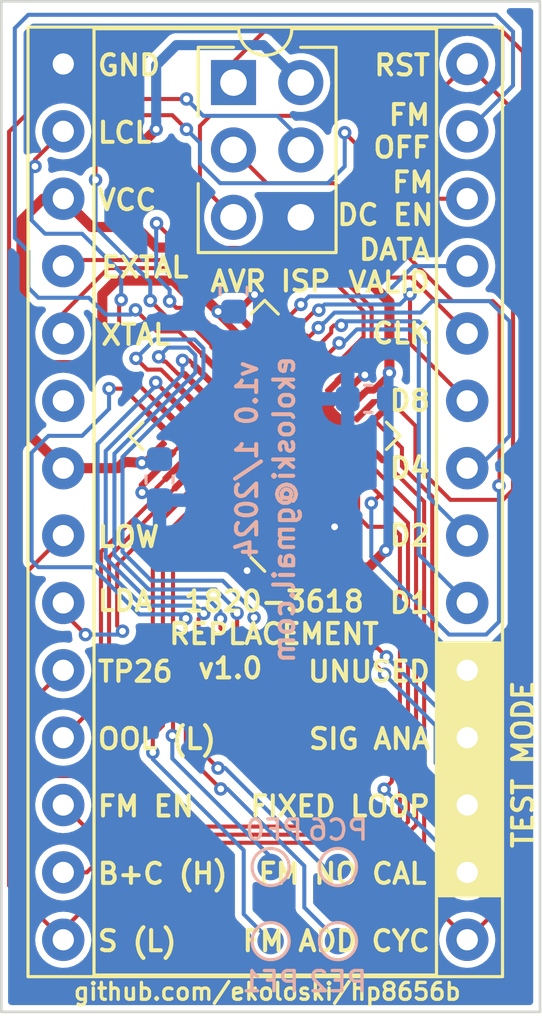
<source format=kicad_pcb>
(kicad_pcb (version 20211014) (generator pcbnew)
  (layers (0 "F.Cu" signal) (31 "B.Cu" signal) (34 "B.Paste" user) (35 "F.Paste" user) (36 "B.SilkS" user "B.Silkscreen") (37 "F.SilkS" user "F.Silkscreen") (38 "B.Mask" user) (39 "F.Mask" user) (44 "Edge.Cuts" user))
  (net 0 "")
  (net 1 "/SERIAL_CLK")
  (net 2 "/EXTAL")
  (net 3 "/XTAL")
  (net 4 "/SERIAL_DATA")
  (net 5 "/T26")
  (net 6 "/OUT_OF_LOCK")
  (net 7 "/FM_ENABLE")
  (net 8 "/B+C (H)")
  (net 9 "/S (L)")
  (net 10 "/FM_CAL_ADD_CYCL")
  (net 11 "/TEST_NO_FM_CAL")
  (net 12 "/TEST_LF_LOOP_FIXED")
  (net 13 "/TEST_SIG_ANALYSIS")
  (net 14 "/TEST_UNUSED")
  (net 15 "/DATA_BIT1")
  (net 16 "/DATA_BIT2")
  (net 17 "/DATA_CLK")
  (net 18 "/DATA_VALID")
  (net 19 "/FM_DC_ENABLE")
  (net 20 "/FM_OFF")
  (net 21 "/RESET")
  (net 22 "GND")
  (net 23 "+5V")
  (net 24 "/DATA_BIT8")
  (net 25 "/DATA_BIT4")
  (net 32 "/PC6")
  (net 33 "/PE2")
  (net 34 "/PF0")
  (net 35 "/PF1")
  (net 36 "/PC0")
  (net 37 "/PE6")
  (footprint "Package_DIP:DIP-28_W15.24mm_Socket" (layer "F.Cu") (at 129.3368 32.8422)
    (fp_text reference "U2" hide)
    (fp_text value "1820-3618")
  )
  (footprint "Connector_PinHeader_2.54mm:PinHeader_2x03_P2.54mm_Vertical" (layer "F.Cu") (at 135.758 33.543)
    (fp_text reference "J1" hide)
    (fp_text value "AVR ISP")
  )
  (footprint "Package_DFN_QFN:QFN-44-1EP_7x7mm_P0.5mm_EP5.2x5.2mm" (layer "F.Cu") (at 136.936239 46.863 135)
    (fp_text reference "U1" hide)
    (fp_text value "ATmega32U4-M")
  )
  (footprint "TestPoint:TestPoint_Pad_D1.0mm" (layer "B.Cu") (at 137.16 63.119 180)
    (fp_text reference "TP3" hide)
    (fp_text value "PF0")
  )
  (footprint "Capacitor_SMD:C_0603_1608Metric" (layer "B.Cu") (at 135.763 41.402 90)
    (fp_text reference "C3" hide)
    (fp_text value "0.1uF" hide)
  )
  (footprint "TestPoint:TestPoint_Pad_D1.0mm" (layer "B.Cu") (at 137.16 65.913 180)
    (fp_text reference "TP4" hide)
    (fp_text value "PF1")
  )
  (footprint "TestPoint:TestPoint_Pad_D1.0mm" (layer "B.Cu") (at 139.7 65.913 180)
    (fp_text reference "TP2" hide)
    (fp_text value "PE2")
  )
  (footprint "Capacitor_SMD:C_0603_1608Metric" (layer "B.Cu") (at 140.843 45.466 180)
    (fp_text reference "C1" hide)
    (fp_text value "0.1uF" hide)
  )
  (footprint "TestPoint:TestPoint_Pad_D1.0mm" (layer "B.Cu") (at 139.7 63.119 180)
    (fp_text reference "TP1" hide)
    (fp_text value "PC6")
  )
  (footprint "Capacitor_SMD:C_0603_1608Metric" (layer "B.Cu") (at 132.969 48.514 -90)
    (fp_text reference "C2" hide)
    (fp_text value "0.1uF" hide)
  )
  (gr_line (start 127 30.48) (end 147.32 30.48) (layer "Edge.Cuts") (width 0.1))
  (gr_line (start 147.32 30.48) (end 147.32 68.58) (layer "Edge.Cuts") (width 0.1))
  (gr_line (start 147.32 68.58) (end 127 68.58) (layer "Edge.Cuts") (width 0.1))
  (gr_line (start 127 68.58) (end 127 30.48) (layer "Edge.Cuts") (width 0.1))
  (gr_text "ekoloski@gmail.com" (at 137.668 49.657 90) (layer "B.SilkS") (effects (font (size 0.762 0.762) (thickness 0.1524)) (justify mirror)))
  (gr_text "v1.0 1/2024" (at 136.271 47.752 90) (layer "B.SilkS") (effects (font (size 0.762 0.762) (thickness 0.1524)) (justify mirror)))
  (gr_text "LDA" (at 130.556 53.086) (layer "F.SilkS") (effects (font (size 0.762 0.762) (thickness 0.1524)) (justify left)))
  (gr_text "D4" (at 143.256 48.0822) (layer "F.SilkS") (effects (font (size 0.762 0.762) (thickness 0.1524)) (justify right)))
  (gr_text "v1.0" (at 135.636 55.626) (layer "F.SilkS") (effects (font (size 0.762 0.762) (thickness 0.1524))))
  (gr_text "1820-3618\nREPLACEMENT" (at 137.287 53.721) (layer "F.SilkS") (effects (font (size 0.762 0.762) (thickness 0.1524))))
  (gr_text "UNUSED" (at 143.256 55.753) (layer "F.SilkS") (effects (font (size 0.762 0.762) (thickness 0.1524)) (justify right)))
  (gr_text "FM NO CAL" (at 143.129 63.373) (layer "F.SilkS") (effects (font (size 0.762 0.762) (thickness 0.1524)) (justify right)))
  (gr_text "LCL" (at 130.556 35.433) (layer "F.SilkS") (effects (font (size 0.762 0.762) (thickness 0.1524)) (justify left)))
  (gr_text "FM\nDC EN" (at 143.383 37.9222) (layer "F.SilkS") (effects (font (size 0.762 0.762) (thickness 0.1524)) (justify right)))
  (gr_text "FM\nOFF" (at 143.256 35.3822) (layer "F.SilkS") (effects (font (size 0.762 0.762) (thickness 0.1524)) (justify right)))
  (gr_text "D2" (at 143.256 50.6222) (layer "F.SilkS") (effects (font (size 0.762 0.762) (thickness 0.1524)) (justify right)))
  (gr_text "XTAL" (at 130.683 43.053) (layer "F.SilkS") (effects (font (size 0.762 0.762) (thickness 0.1524)) (justify left)))
  (gr_text "OOL (L)" (at 130.556 58.293) (layer "F.SilkS") (effects (font (size 0.762 0.762) (thickness 0.1524)) (justify left)))
  (gr_text "FM ADD CYC" (at 143.256 65.913) (layer "F.SilkS") (effects (font (size 0.762 0.762) (thickness 0.1524)) (justify right)))
  (gr_text "EXTAL" (at 130.683 40.513) (layer "F.SilkS") (effects (font (size 0.762 0.762) (thickness 0.1524)) (justify left)))
  (gr_text "D8" (at 143.256 45.5422) (layer "F.SilkS") (effects (font (size 0.762 0.762) (thickness 0.1524)) (justify right)))
  (gr_text "github.com/ekoloski/hp8656b" (at 137.033 67.818) (layer "F.SilkS") (effects (font (size 0.635 0.635) (thickness 0.127))))
  (gr_text "TEST MODE" (at 146.685 56.007 90) (layer "F.SilkS") (effects (font (size 0.762 0.762) (thickness 0.1524)) (justify right)))
  (gr_text "CLK" (at 143.256 43.0022) (layer "F.SilkS") (effects (font (size 0.762 0.762) (thickness 0.1524)) (justify right)))
  (gr_text "S (L)" (at 130.556 65.913) (layer "F.SilkS") (effects (font (size 0.762 0.762) (thickness 0.1524)) (justify left)))
  (gr_text "RST" (at 143.256 32.893) (layer "F.SilkS") (effects (font (size 0.762 0.762) (thickness 0.1524)) (justify right)))
  (gr_text "SIG ANA" (at 143.256 58.293) (layer "F.SilkS") (effects (font (size 0.762 0.762) (thickness 0.1524)) (justify right)))
  (gr_text "DATA\nVALID" (at 143.256 40.4622) (layer "F.SilkS") (effects (font (size 0.762 0.762) (thickness 0.1524)) (justify right)))
  (gr_text "FM EN" (at 130.556 60.833) (layer "F.SilkS") (effects (font (size 0.762 0.762) (thickness 0.1524)) (justify left)))
  (gr_text "GND" (at 130.556 32.893) (layer "F.SilkS") (effects (font (size 0.762 0.762) (thickness 0.1524)) (justify left)))
  (gr_text "D1" (at 143.256 53.1622) (layer "F.SilkS") (effects (font (size 0.762 0.762) (thickness 0.1524)) (justify right)))
  (gr_text "B+C (H)" (at 130.556 63.373) (layer "F.SilkS") (effects (font (size 0.762 0.762) (thickness 0.1524)) (justify left)))
  (gr_text "TP26" (at 130.556 55.753) (layer "F.SilkS") (effects (font (size 0.762 0.762) (thickness 0.1524)) (justify left)))
  (gr_text "LOW" (at 130.556 50.673) (layer "F.SilkS") (effects (font (size 0.762 0.762) (thickness 0.1524)) (justify left)))
  (gr_text "VCC" (at 130.556 37.973) (layer "F.SilkS") (effects (font (size 0.762 0.762) (thickness 0.1524)) (justify left)))
  (gr_text "FIXED LOOP" (at 143.256 60.833) (layer "F.SilkS") (effects (font (size 0.762 0.762) (thickness 0.1524)) (justify right)))
  (segment (start 128.27 36.703) (end 128.27 36.449) (width 0.1524) (layer "F.Cu") (net 1))
  (segment (start 128.27 36.449) (end 129.3368 35.3822) (width 0.1524) (layer "F.Cu") (net 1))
  (segment (start 131.52189 41.73239) (end 131.4445 41.80978) (width 0.1524) (layer "F.Cu") (net 1))
  (segment (start 131.4445 44.199688) (end 133.162057 45.917245) (width 0.1524) (layer "F.Cu") (net 1))
  (segment (start 131.4445 41.80978) (end 131.4445 44.199688) (width 0.1524) (layer "F.Cu") (net 1))
  (via (at 131.52189 41.73239) (size 0.508) (drill 0.254) (layers "F.Cu" "B.Cu") (net 1))
  (via (at 128.27 36.703) (size 0.508) (drill 0.254) (layers "F.Cu" "B.Cu") (net 1))
  (segment (start 128.143 36.83) (end 128.143 38.735) (width 0.1524) (layer "B.Cu") (net 1))
  (segment (start 130.048 39.243) (end 131.52189 40.71689) (width 0.1524) (layer "B.Cu") (net 1))
  (segment (start 128.27 36.703) (end 128.143 36.83) (width 0.1524) (layer "B.Cu") (net 1))
  (segment (start 131.52189 40.71689) (end 131.52189 41.73239) (width 0.1524) (layer "B.Cu") (net 1))
  (segment (start 128.143 38.735) (end 128.651 39.243) (width 0.1524) (layer "B.Cu") (net 1))
  (segment (start 128.651 39.243) (end 130.048 39.243) (width 0.1524) (layer "B.Cu") (net 1))
  (segment (start 133.812178 40.2336) (end 129.5654 40.2336) (width 0.1524) (layer "F.Cu") (net 2))
  (segment (start 139.649761 44.856585) (end 139.649761 44.754239) (width 0.1524) (layer "F.Cu") (net 2))
  (segment (start 140.97 42.037) (end 139.6492 40.7162) (width 0.1524) (layer "F.Cu") (net 2))
  (segment (start 129.5654 40.2336) (end 129.3368 40.4622) (width 0.1524) (layer "F.Cu") (net 2))
  (segment (start 140.97 43.434) (end 140.97 42.037) (width 0.1524) (layer "F.Cu") (net 2))
  (segment (start 139.649761 44.754239) (end 140.97 43.434) (width 0.1524) (layer "F.Cu") (net 2))
  (segment (start 139.6492 40.7162) (end 134.294778 40.7162) (width 0.1524) (layer "F.Cu") (net 2))
  (segment (start 134.294778 40.7162) (end 133.812178 40.2336) (width 0.1524) (layer "F.Cu") (net 2))
  (segment (start 129.3368 42.2402) (end 131.0386 40.5384) (width 0.1524) (layer "F.Cu") (net 3))
  (segment (start 131.0386 40.5384) (end 133.685926 40.5384) (width 0.1524) (layer "F.Cu") (net 3))
  (segment (start 133.685926 40.5384) (end 134.168526 41.021) (width 0.1524) (layer "F.Cu") (net 3))
  (segment (start 140.6652 42.163252) (end 140.6652 43.134039) (width 0.1524) (layer "F.Cu") (net 3))
  (segment (start 134.168526 41.021) (end 139.522948 41.021) (width 0.1524) (layer "F.Cu") (net 3))
  (segment (start 140.6652 43.134039) (end 139.296208 44.503031) (width 0.1524) (layer "F.Cu") (net 3))
  (segment (start 139.522948 41.021) (end 140.6652 42.163252) (width 0.1524) (layer "F.Cu") (net 3))
  (segment (start 129.3368 43.0022) (end 129.3368 42.2402) (width 0.1524) (layer "F.Cu") (net 3))
  (segment (start 131.3688 54.0258) (end 131.3688 51.723332) (width 0.1524) (layer "F.Cu") (net 4))
  (segment (start 131.3688 51.723332) (end 134.222717 48.869415) (width 0.1524) (layer "F.Cu") (net 4))
  (segment (start 129.3368 53.1622) (end 129.3368 53.5178) (width 0.1524) (layer "F.Cu") (net 4))
  (segment (start 129.3368 53.5178) (end 130.175 54.356) (width 0.1524) (layer "F.Cu") (net 4))
  (segment (start 131.572 54.229) (end 131.3688 54.0258) (width 0.1524) (layer "F.Cu") (net 4))
  (via (at 131.572 54.229) (size 0.508) (drill 0.254) (layers "F.Cu" "B.Cu") (net 4))
  (via (at 130.175 54.356) (size 0.508) (drill 0.254) (layers "F.Cu" "B.Cu") (net 4))
  (segment (start 131.572 54.229) (end 131.445 54.356) (width 0.1524) (layer "B.Cu") (net 4))
  (segment (start 131.445 54.356) (end 130.175 54.356) (width 0.1524) (layer "B.Cu") (net 4))
  (segment (start 133.35 49.022) (end 133.35 49.149) (width 0.1524) (layer "F.Cu") (net 5))
  (segment (start 128.016 58.801) (end 128.016 57.023) (width 0.1524) (layer "F.Cu") (net 5))
  (segment (start 133.869163 48.515862) (end 133.856138 48.515862) (width 0.1524) (layer "F.Cu") (net 5))
  (segment (start 128.016 57.023) (end 129.3368 55.7022) (width 0.1524) (layer "F.Cu") (net 5))
  (segment (start 133.35 49.149) (end 131.064 51.435) (width 0.1524) (layer "F.Cu") (net 5))
  (segment (start 128.6002 59.3852) (end 128.016 58.801) (width 0.1524) (layer "F.Cu") (net 5))
  (segment (start 131.064 58.293) (end 129.9718 59.3852) (width 0.1524) (layer "F.Cu") (net 5))
  (segment (start 131.064 51.435) (end 131.064 58.293) (width 0.1524) (layer "F.Cu") (net 5))
  (segment (start 133.856138 48.515862) (end 133.35 49.022) (width 0.1524) (layer "F.Cu") (net 5))
  (segment (start 129.9718 59.3852) (end 128.6002 59.3852) (width 0.1524) (layer "F.Cu") (net 5))
  (segment (start 130.7592 56.8198) (end 130.7592 51.2318) (width 0.1524) (layer "F.Cu") (net 6))
  (segment (start 129.3368 58.2422) (end 130.7592 56.8198) (width 0.1524) (layer "F.Cu") (net 6))
  (segment (start 130.7592 51.2318) (end 132.842 49.149) (width 0.1524) (layer "F.Cu") (net 6))
  (segment (start 132.842 48.835919) (end 133.51561 48.162309) (width 0.1524) (layer "F.Cu") (net 6))
  (segment (start 132.842 49.149) (end 132.842 48.835919) (width 0.1524) (layer "F.Cu") (net 6))
  (segment (start 140.462 48.974547) (end 140.003315 48.515862) (width 0.1524) (layer "F.Cu") (net 7))
  (segment (start 140.462 49.911) (end 140.462 48.974547) (width 0.1524) (layer "F.Cu") (net 7))
  (segment (start 142.0368 61.2902) (end 142.0368 50.5968) (width 0.1524) (layer "F.Cu") (net 7))
  (segment (start 129.3368 60.7822) (end 130.1496 61.595) (width 0.1524) (layer "F.Cu") (net 7))
  (segment (start 141.732 50.292) (end 140.843 50.292) (width 0.1524) (layer "F.Cu") (net 7))
  (segment (start 141.732 61.595) (end 142.0368 61.2902) (width 0.1524) (layer "F.Cu") (net 7))
  (segment (start 140.843 50.292) (end 140.462 49.911) (width 0.1524) (layer "F.Cu") (net 7))
  (segment (start 130.1496 61.595) (end 141.732 61.595) (width 0.1524) (layer "F.Cu") (net 7))
  (segment (start 142.0368 50.5968) (end 141.732 50.292) (width 0.1524) (layer "F.Cu") (net 7))
  (segment (start 131.6482 61.8998) (end 141.858252 61.8998) (width 0.1524) (layer "F.Cu") (net 8))
  (segment (start 141.28378 49.08922) (end 140.356868 48.162309) (width 0.1524) (layer "F.Cu") (net 8))
  (segment (start 145.542 41.783) (end 144.018 41.783) (width 0.1524) (layer "F.Cu") (net 8))
  (segment (start 145.772603 48.744603) (end 145.796 48.721206) (width 0.1524) (layer "F.Cu") (net 8))
  (segment (start 137.013 37.338) (end 135.758 36.083) (width 0.1524) (layer "F.Cu") (net 8))
  (segment (start 130.2258 63.3222) (end 131.6482 61.8998) (width 0.1524) (layer "F.Cu") (net 8))
  (segment (start 145.796 42.037) (end 145.542 41.783) (width 0.1524) (layer "F.Cu") (net 8))
  (segment (start 141.858252 61.8998) (end 142.3416 61.416452) (width 0.1524) (layer "F.Cu") (net 8))
  (segment (start 139.573 37.338) (end 137.013 37.338) (width 0.1524) (layer "F.Cu") (net 8))
  (segment (start 142.3416 61.416452) (end 142.3416 50.147041) (width 0.1524) (layer "F.Cu") (net 8))
  (segment (start 140.97 49.403) (end 140.9578 49.403) (width 0.1524) (layer "F.Cu") (net 8))
  (segment (start 145.796 48.721206) (end 145.796 42.037) (width 0.1524) (layer "F.Cu") (net 8))
  (segment (start 141.28378 49.08922) (end 140.97 49.403) (width 0.1524) (layer "F.Cu") (net 8))
  (segment (start 142.3416 50.147041) (end 141.28378 49.08922) (width 0.1524) (layer "F.Cu") (net 8))
  (segment (start 144.018 41.783) (end 139.573 37.338) (width 0.1524) (layer "F.Cu") (net 8))
  (segment (start 129.3368 63.3222) (end 130.2258 63.3222) (width 0.1524) (layer "F.Cu") (net 8))
  (via (at 140.9578 49.403) (size 0.508) (drill 0.254) (layers "F.Cu" "B.Cu") (net 8))
  (via (at 145.772603 48.744603) (size 0.508) (drill 0.254) (layers "F.Cu" "B.Cu") (net 8))
  (segment (start 140.9578 51.4228) (end 143.891 54.356) (width 0.1524) (layer "B.Cu") (net 8))
  (segment (start 145.288 54.356) (end 145.772603 53.871397) (width 0.1524) (layer "B.Cu") (net 8))
  (segment (start 140.9578 49.403) (end 140.9578 51.4228) (width 0.1524) (layer "B.Cu") (net 8))
  (segment (start 143.891 54.356) (end 145.288 54.356) (width 0.1524) (layer "B.Cu") (net 8))
  (segment (start 145.772603 53.871397) (end 145.772603 48.744603) (width 0.1524) (layer "B.Cu") (net 8))
  (segment (start 141.984504 62.2046) (end 132.6134 62.2046) (width 0.1524) (layer "F.Cu") (net 9))
  (segment (start 142.6464 49.6824) (end 142.6464 61.542704) (width 0.1524) (layer "F.Cu") (net 9))
  (segment (start 127.2921 35.3949) (end 128.524 34.163) (width 0.1524) (layer "F.Cu") (net 9))
  (segment (start 127.2921 63.8175) (end 127.2921 35.3949) (width 0.1524) (layer "F.Cu") (net 9))
  (segment (start 129.3368 65.4812) (end 129.3368 65.8622) (width 0.1524) (layer "F.Cu") (net 9))
  (segment (start 140.710421 47.808755) (end 140.772755 47.808755) (width 0.1524) (layer "F.Cu") (net 9))
  (segment (start 129.3368 65.8622) (end 127.2921 63.8175) (width 0.1524) (layer "F.Cu") (net 9))
  (segment (start 140.772755 47.808755) (end 142.6464 49.6824) (width 0.1524) (layer "F.Cu") (net 9))
  (segment (start 128.524 34.163) (end 133.985 34.163) (width 0.1524) (layer "F.Cu") (net 9))
  (segment (start 132.6134 62.2046) (end 129.3368 65.4812) (width 0.1524) (layer "F.Cu") (net 9))
  (segment (start 142.6464 61.542704) (end 141.984504 62.2046) (width 0.1524) (layer "F.Cu") (net 9))
  (via (at 133.985 34.163) (size 0.508) (drill 0.254) (layers "F.Cu" "B.Cu") (net 9))
  (segment (start 134.62 34.798) (end 137.414 34.798) (width 0.1524) (layer "B.Cu") (net 9))
  (segment (start 133.985 34.163) (end 134.62 34.798) (width 0.1524) (layer "B.Cu") (net 9))
  (segment (start 137.414 34.798) (end 138.298 35.682) (width 0.1524) (layer "B.Cu") (net 9))
  (segment (start 138.298 35.682) (end 138.298 36.083) (width 0.1524) (layer "B.Cu") (net 9))
  (segment (start 135.758 32.771) (end 136.906 31.623) (width 0.1524) (layer "F.Cu") (net 10))
  (segment (start 145.923 31.623) (end 146.685 32.385) (width 0.1524) (layer "F.Cu") (net 10))
  (segment (start 142.9512 64.2112) (end 144.5768 65.8368) (width 0.1524) (layer "F.Cu") (net 10))
  (segment (start 142.9512 49.342427) (end 142.9512 64.2112) (width 0.1524) (layer "F.Cu") (net 10))
  (segment (start 146.685 63.754) (end 144.5768 65.8622) (width 0.1524) (layer "F.Cu") (net 10))
  (segment (start 136.906 31.623) (end 145.923 31.623) (width 0.1524) (layer "F.Cu") (net 10))
  (segment (start 141.063975 47.455202) (end 142.9512 49.342427) (width 0.1524) (layer "F.Cu") (net 10))
  (segment (start 135.758 33.543) (end 135.758 32.771) (width 0.1524) (layer "F.Cu") (net 10))
  (segment (start 144.5768 65.8368) (end 144.5768 65.8622) (width 0.1524) (layer "F.Cu") (net 10))
  (segment (start 146.685 32.385) (end 146.685 63.754) (width 0.1524) (layer "F.Cu") (net 10))
  (segment (start 135.267891 54.114891) (end 136.779 55.626) (width 0.1524) (layer "F.Cu") (net 11))
  (segment (start 135.267891 53.758698) (end 135.267891 54.114891) (width 0.1524) (layer "F.Cu") (net 11))
  (segment (start 134.090919 44.01768) (end 134.57627 44.503031) (width 0.1524) (layer "F.Cu") (net 11))
  (segment (start 141.732 59.897206) (end 141.441903 60.187303) (width 0.1524) (layer "F.Cu") (net 11))
  (segment (start 140.258616 55.626) (end 141.732 57.099384) (width 0.1524) (layer "F.Cu") (net 11))
  (segment (start 136.779 55.626) (end 140.258616 55.626) (width 0.1524) (layer "F.Cu") (net 11))
  (segment (start 133.836856 44.01768) (end 134.090919 44.01768) (width 0.1524) (layer "F.Cu") (net 11))
  (segment (start 141.732 57.099384) (end 141.732 59.897206) (width 0.1524) (layer "F.Cu") (net 11))
  (via (at 133.836856 44.01768) (size 0.508) (drill 0.254) (layers "F.Cu" "B.Cu") (net 11))
  (via (at 141.441903 60.187303) (size 0.508) (drill 0.254) (layers "F.Cu" "B.Cu") (net 11))
  (via (at 135.267891 53.758698) (size 0.508) (drill 0.254) (layers "F.Cu" "B.Cu") (net 11))
  (segment (start 135.267891 53.479891) (end 134.747 52.959) (width 0.1524) (layer "B.Cu") (net 11))
  (segment (start 135.267891 53.758698) (end 135.267891 53.479891) (width 0.1524) (layer "B.Cu") (net 11))
  (segment (start 141.441903 60.187303) (end 144.5768 63.3222) (width 0.1524) (layer "B.Cu") (net 11))
  (segment (start 134.747 52.959) (end 132.434104 52.959) (width 0.1524) (layer "B.Cu") (net 11))
  (segment (start 130.937 47.4345) (end 133.836856 44.534644) (width 0.1524) (layer "B.Cu") (net 11))
  (segment (start 130.937 51.461896) (end 130.937 47.4345) (width 0.1524) (layer "B.Cu") (net 11))
  (segment (start 133.836856 44.534644) (end 133.836856 44.01768) (width 0.1524) (layer "B.Cu") (net 11))
  (segment (start 132.434104 52.959) (end 130.937 51.461896) (width 0.1524) (layer "B.Cu") (net 11))
  (segment (start 133.113141 44.060484) (end 133.19716 44.060484) (width 0.1524) (layer "F.Cu") (net 12))
  (segment (start 140.854242 55.245) (end 141.459718 55.850476) (width 0.1524) (layer "F.Cu") (net 12))
  (segment (start 137.033 55.245) (end 140.854242 55.245) (width 0.1524) (layer "F.Cu") (net 12))
  (segment (start 133.905099 44.538967) (end 134.222717 44.856585) (width 0.1524) (layer "F.Cu") (net 12))
  (segment (start 132.935841 43.883184) (end 133.113141 44.060484) (width 0.1524) (layer "F.Cu") (net 12))
  (segment (start 135.894485 53.551692) (end 135.894485 54.106485) (width 0.1524) (layer "F.Cu") (net 12))
  (segment (start 135.894485 54.106485) (end 137.033 55.245) (width 0.1524) (layer "F.Cu") (net 12))
  (segment (start 133.675643 44.538967) (end 133.905099 44.538967) (width 0.1524) (layer "F.Cu") (net 12))
  (segment (start 133.19716 44.060484) (end 133.675643 44.538967) (width 0.1524) (layer "F.Cu") (net 12))
  (via (at 141.459718 55.850476) (size 0.508) (drill 0.254) (layers "F.Cu" "B.Cu") (net 12))
  (via (at 132.935841 43.883184) (size 0.508) (drill 0.254) (layers "F.Cu" "B.Cu") (net 12))
  (via (at 135.894485 53.551692) (size 0.508) (drill 0.254) (layers "F.Cu" "B.Cu") (net 12))
  (segment (start 135.0772 52.6542) (end 132.560356 52.6542) (width 0.1524) (layer "B.Cu") (net 12))
  (segment (start 133.283945 43.53508) (end 132.935841 43.883184) (width 0.1524) (layer "B.Cu") (net 12))
  (segment (start 144.5768 60.3885) (end 144.5768 60.7822) (width 0.1524) (layer "B.Cu") (net 12))
  (segment (start 143.383 57.785) (end 143.383 59.1947) (width 0.1524) (layer "B.Cu") (net 12))
  (segment (start 141.459718 55.861718) (end 143.383 57.785) (width 0.1524) (layer "B.Cu") (net 12))
  (segment (start 143.383 59.1947) (end 144.5768 60.3885) (width 0.1524) (layer "B.Cu") (net 12))
  (segment (start 134.319456 44.483096) (end 134.319456 43.81778) (width 0.1524) (layer "B.Cu") (net 12))
  (segment (start 134.036756 43.53508) (end 133.283945 43.53508) (width 0.1524) (layer "B.Cu") (net 12))
  (segment (start 135.894485 53.551692) (end 135.894485 53.471485) (width 0.1524) (layer "B.Cu") (net 12))
  (segment (start 132.560356 52.6542) (end 131.2672 51.361044) (width 0.1524) (layer "B.Cu") (net 12))
  (segment (start 134.319456 43.81778) (end 134.036756 43.53508) (width 0.1524) (layer "B.Cu") (net 12))
  (segment (start 131.2672 51.361044) (end 131.2672 47.535352) (width 0.1524) (layer "B.Cu") (net 12))
  (segment (start 131.2672 47.535352) (end 134.319456 44.483096) (width 0.1524) (layer "B.Cu") (net 12))
  (segment (start 141.459718 55.850476) (end 141.459718 55.861718) (width 0.1524) (layer "B.Cu") (net 12))
  (segment (start 135.894485 53.471485) (end 135.0772 52.6542) (width 0.1524) (layer "B.Cu") (net 12))
  (segment (start 136.534823 53.711177) (end 136.534823 54.111823) (width 0.1524) (layer "F.Cu") (net 13))
  (segment (start 132.503284 44.365284) (end 133.024309 44.365284) (width 0.1524) (layer "F.Cu") (net 13))
  (segment (start 132.08 43.942) (end 132.503284 44.365284) (width 0.1524) (layer "F.Cu") (net 13))
  (segment (start 137.287 54.864) (end 141.1986 54.864) (width 0.1524) (layer "F.Cu") (net 13))
  (segment (start 133.024309 44.365284) (end 133.869163 45.210138) (width 0.1524) (layer "F.Cu") (net 13))
  (segment (start 136.534823 54.111823) (end 137.287 54.864) (width 0.1524) (layer "F.Cu") (net 13))
  (segment (start 141.1986 54.864) (end 141.5288 55.1942) (width 0.1524) (layer "F.Cu") (net 13))
  (via (at 132.08 43.942) (size 0.508) (drill 0.254) (layers "F.Cu" "B.Cu") (net 13))
  (via (at 136.534823 53.711177) (size 0.508) (drill 0.254) (layers "F.Cu" "B.Cu") (net 13))
  (via (at 141.5288 55.1942) (size 0.508) (drill 0.254) (layers "F.Cu" "B.Cu") (net 13))
  (segment (start 135.349293 52.324) (end 136.534823 53.50953) (width 0.1524) (layer "B.Cu") (net 13))
  (segment (start 131.572 47.661604) (end 131.572 51.234792) (width 0.1524) (layer "B.Cu") (net 13))
  (segment (start 132.08 43.942) (end 132.79172 43.23028) (width 0.1524) (layer "B.Cu") (net 13))
  (segment (start 134.624256 44.609348) (end 131.572 47.661604) (width 0.1524) (layer "B.Cu") (net 13))
  (segment (start 136.534823 53.50953) (end 136.534823 53.711177) (width 0.1524) (layer "B.Cu") (net 13))
  (segment (start 134.28928 43.23028) (end 134.624256 43.565256) (width 0.1524) (layer "B.Cu") (net 13))
  (segment (start 132.79172 43.23028) (end 134.28928 43.23028) (width 0.1524) (layer "B.Cu") (net 13))
  (segment (start 132.661208 52.324) (end 135.349293 52.324) (width 0.1524) (layer "B.Cu") (net 13))
  (segment (start 141.5288 55.1942) (end 144.5768 58.2422) (width 0.1524) (layer "B.Cu") (net 13))
  (segment (start 134.624256 43.565256) (end 134.624256 44.609348) (width 0.1524) (layer "B.Cu") (net 13))
  (segment (start 131.572 51.234792) (end 132.661208 52.324) (width 0.1524) (layer "B.Cu") (net 13))
  (segment (start 142.113 47.319823) (end 141.063975 46.270798) (width 0.1524) (layer "F.Cu") (net 14))
  (segment (start 142.113 48.006) (end 142.113 47.319823) (width 0.1524) (layer "F.Cu") (net 14))
  (segment (start 143.256 54.3814) (end 143.256 49.149) (width 0.1524) (layer "F.Cu") (net 14))
  (segment (start 144.5768 55.7022) (end 143.256 54.3814) (width 0.1524) (layer "F.Cu") (net 14))
  (segment (start 143.256 49.149) (end 142.113 48.006) (width 0.1524) (layer "F.Cu") (net 14))
  (segment (start 138.942654 44.149478) (end 138.957154 44.149478) (width 0.1524) (layer "F.Cu") (net 15))
  (segment (start 138.957154 44.149478) (end 139.743818 43.362814) (width 0.1524) (layer "F.Cu") (net 15))
  (via (at 139.743818 43.362814) (size 0.508) (drill 0.254) (layers "F.Cu" "B.Cu") (net 15))
  (segment (start 139.743818 43.362814) (end 139.898186 43.362814) (width 0.1524) (layer "B.Cu") (net 15))
  (segment (start 142.4178 42.8498) (end 142.748 43.18) (width 0.1524) (layer "B.Cu") (net 15))
  (segment (start 140.4112 42.8498) (end 142.4178 42.8498) (width 0.1524) (layer "B.Cu") (net 15))
  (segment (start 139.898186 43.362814) (end 140.4112 42.8498) (width 0.1524) (layer "B.Cu") (net 15))
  (segment (start 142.748 43.18) (end 142.748 51.3334) (width 0.1524) (layer "B.Cu") (net 15))
  (segment (start 142.748 51.3334) (end 144.5768 53.1622) (width 0.1524) (layer "B.Cu") (net 15))
  (segment (start 139.827 42.6969) (end 139.5481 42.6969) (width 0.1524) (layer "F.Cu") (net 16))
  (segment (start 139.446 42.978838) (end 138.628914 43.795924) (width 0.1524) (layer "F.Cu") (net 16))
  (segment (start 139.5481 42.6969) (end 139.446 42.799) (width 0.1524) (layer "F.Cu") (net 16))
  (segment (start 139.446 42.799) (end 139.446 42.978838) (width 0.1524) (layer "F.Cu") (net 16))
  (segment (start 138.628914 43.795924) (end 138.589101 43.795924) (width 0.1524) (layer "F.Cu") (net 16))
  (via (at 139.827 42.6969) (size 0.508) (drill 0.254) (layers "F.Cu" "B.Cu") (net 16))
  (segment (start 144.5768 50.6222) (end 143.129 49.1744) (width 0.1524) (layer "B.Cu") (net 16))
  (segment (start 142.748 42.545) (end 139.9789 42.545) (width 0.1524) (layer "B.Cu") (net 16))
  (segment (start 139.9789 42.545) (end 139.827 42.6969) (width 0.1524) (layer "B.Cu") (net 16))
  (segment (start 143.129 49.1744) (end 143.129 42.926) (width 0.1524) (layer "B.Cu") (net 16))
  (segment (start 143.129 42.926) (end 142.748 42.545) (width 0.1524) (layer "B.Cu") (net 16))
  (segment (start 142.4686 40.894) (end 144.5768 43.0022) (width 0.1524) (layer "F.Cu") (net 17))
  (segment (start 140.262939 39.7764) (end 141.380539 40.894) (width 0.1524) (layer "F.Cu") (net 17))
  (segment (start 134.201456 39.2938) (end 134.684056 39.7764) (width 0.1524) (layer "F.Cu") (net 17))
  (segment (start 141.380539 40.894) (end 142.4686 40.894) (width 0.1524) (layer "F.Cu") (net 17))
  (segment (start 133.604 42.037) (end 134.231559 42.037) (width 0.1524) (layer "F.Cu") (net 17))
  (segment (start 133.30008 39.2938) (end 134.201456 39.2938) (width 0.1524) (layer "F.Cu") (net 17))
  (segment (start 132.85514 38.84886) (end 133.30008 39.2938) (width 0.1524) (layer "F.Cu") (net 17))
  (segment (start 133.35 41.783) (end 133.604 42.037) (width 0.1524) (layer "F.Cu") (net 17))
  (segment (start 134.231559 42.037) (end 135.63693 43.442371) (width 0.1524) (layer "F.Cu") (net 17))
  (segment (start 134.684056 39.7764) (end 140.262939 39.7764) (width 0.1524) (layer "F.Cu") (net 17))
  (via (at 133.35 41.783) (size 0.508) (drill 0.254) (layers "F.Cu" "B.Cu") (net 17))
  (via (at 132.85514 38.84886) (size 0.508) (drill 0.254) (layers "F.Cu" "B.Cu") (net 17))
  (segment (start 132.842 40.843948) (end 132.842 38.862) (width 0.1524) (layer "B.Cu") (net 17))
  (segment (start 132.842 38.862) (end 132.85514 38.84886) (width 0.1524) (layer "B.Cu") (net 17))
  (segment (start 133.35 41.783) (end 133.35 41.351948) (width 0.1524) (layer "B.Cu") (net 17))
  (segment (start 133.35 41.351948) (end 132.842 40.843948) (width 0.1524) (layer "B.Cu") (net 17))
  (segment (start 137.528441 42.684559) (end 138.303 41.91) (width 0.1524) (layer "F.Cu") (net 18))
  (segment (start 137.528441 42.735264) (end 137.528441 42.684559) (width 0.1524) (layer "F.Cu") (net 18))
  (via (at 138.303 41.91) (size 0.508) (drill 0.254) (layers "F.Cu" "B.Cu") (net 18))
  (segment (start 141.4018 41.6052) (end 142.5448 40.4622) (width 0.1524) (layer "B.Cu") (net 18))
  (segment (start 142.5448 40.4622) (end 144.5768 40.4622) (width 0.1524) (layer "B.Cu") (net 18))
  (segment (start 138.6078 41.6052) (end 141.4018 41.6052) (width 0.1524) (layer "B.Cu") (net 18))
  (segment (start 138.303 41.91) (end 138.6078 41.6052) (width 0.1524) (layer "B.Cu") (net 18))
  (segment (start 133.275188 42.418) (end 133.905453 42.418) (width 0.1524) (layer "F.Cu") (net 19))
  (segment (start 133.9342 35.2552) (end 133.985 35.306) (width 0.1524) (layer "F.Cu") (net 19))
  (segment (start 131.9784 34.7726) (end 133.4516 34.7726) (width 0.1524) (layer "F.Cu") (net 19))
  (segment (start 130.556 37.211) (end 130.556 36.195) (width 0.1524) (layer "F.Cu") (net 19))
  (segment (start 133.905453 42.418) (end 135.283377 43.795924) (width 0.1524) (layer "F.Cu") (net 19))
  (segment (start 130.556 36.195) (end 131.9784 34.7726) (width 0.1524) (layer "F.Cu") (net 19))
  (segment (start 132.620089 41.762901) (end 133.275188 42.418) (width 0.1524) (layer "F.Cu") (net 19))
  (segment (start 133.4516 34.7726) (end 133.9342 35.2552) (width 0.1524) (layer "F.Cu") (net 19))
  (segment (start 139.954 35.433) (end 142.4432 37.9222) (width 0.1524) (layer "F.Cu") (net 19))
  (segment (start 142.4432 37.9222) (end 144.5768 37.9222) (width 0.1524) (layer "F.Cu") (net 19))
  (via (at 130.556 37.211) (size 0.508) (drill 0.254) (layers "F.Cu" "B.Cu") (net 19))
  (via (at 132.620089 41.762901) (size 0.508) (drill 0.254) (layers "F.Cu" "B.Cu") (net 19))
  (via (at 139.954 35.433) (size 0.508) (drill 0.254) (layers "F.Cu" "B.Cu") (net 19))
  (via (at 133.985 35.306) (size 0.508) (drill 0.254) (layers "F.Cu" "B.Cu") (net 19))
  (segment (start 130.556 38.989) (end 130.556 37.211) (width 0.1524) (layer "B.Cu") (net 19))
  (segment (start 135.255 37.338) (end 139.319 37.338) (width 0.1524) (layer "B.Cu") (net 19))
  (segment (start 132.620089 41.053089) (end 130.556 38.989) (width 0.1524) (layer "B.Cu") (net 19))
  (segment (start 139.954 36.703) (end 139.954 35.433) (width 0.1524) (layer "B.Cu") (net 19))
  (segment (start 134.493 35.814) (end 134.493 36.576) (width 0.1524) (layer "B.Cu") (net 19))
  (segment (start 139.319 37.338) (end 139.954 36.703) (width 0.1524) (layer "B.Cu") (net 19))
  (segment (start 132.620089 41.762901) (end 132.620089 41.053089) (width 0.1524) (layer "B.Cu") (net 19))
  (segment (start 133.985 35.306) (end 134.493 35.814) (width 0.1524) (layer "B.Cu") (net 19))
  (segment (start 134.493 36.576) (end 135.255 37.338) (width 0.1524) (layer "B.Cu") (net 19))
  (segment (start 133.706346 42.926) (end 134.929824 44.149478) (width 0.1524) (layer "F.Cu") (net 20))
  (segment (start 132.060834 42.113193) (end 132.873641 42.926) (width 0.1524) (layer "F.Cu") (net 20))
  (segment (start 132.873641 42.926) (end 133.706346 42.926) (width 0.1524) (layer "F.Cu") (net 20))
  (via (at 132.060834 42.113193) (size 0.508) (drill 0.254) (layers "F.Cu" "B.Cu") (net 20))
  (segment (start 132.060834 42.113193) (end 131.883027 42.291) (width 0.1524) (layer "B.Cu") (net 20))
  (segment (start 128.016 30.988) (end 145.669 30.988) (width 0.1524) (layer "B.Cu") (net 20))
  (segment (start 145.669 30.988) (end 146.304 31.623) (width 0.1524) (layer "B.Cu") (net 20))
  (segment (start 127.508 31.496) (end 128.016 30.988) (width 0.1524) (layer "B.Cu") (net 20))
  (segment (start 128.016 39.903026) (end 127.508 39.395026) (width 0.1524) (layer "B.Cu") (net 20))
  (segment (start 146.304 33.655) (end 144.5768 35.3822) (width 0.1524) (layer "B.Cu") (net 20))
  (segment (start 131.883027 42.291) (end 130.937 42.291) (width 0.1524) (layer "B.Cu") (net 20))
  (segment (start 146.304 31.623) (end 146.304 33.655) (width 0.1524) (layer "B.Cu") (net 20))
  (segment (start 128.016 41.275) (end 128.016 39.903026) (width 0.1524) (layer "B.Cu") (net 20))
  (segment (start 130.302 41.656) (end 128.397 41.656) (width 0.1524) (layer "B.Cu") (net 20))
  (segment (start 128.397 41.656) (end 128.016 41.275) (width 0.1524) (layer "B.Cu") (net 20))
  (segment (start 130.937 42.291) (end 130.302 41.656) (width 0.1524) (layer "B.Cu") (net 20))
  (segment (start 127.508 39.395026) (end 127.508 31.496) (width 0.1524) (layer "B.Cu") (net 20))
  (segment (start 140.710421 45.917245) (end 141.076791 45.550875) (width 0.1524) (layer "F.Cu") (net 21))
  (segment (start 142.621 47.955948) (end 143.941052 49.276) (width 0.1524) (layer "F.Cu") (net 21))
  (segment (start 142.621 34.798) (end 134.874 34.798) (width 0.1524) (layer "F.Cu") (net 21))
  (segment (start 141.213102 45.550875) (end 141.297977 45.466) (width 0.1524) (layer "F.Cu") (net 21))
  (segment (start 142.621 46.482) (end 142.621 47.955948) (width 0.1524) (layer "F.Cu") (net 21))
  (segment (start 134.874 34.798) (end 134.493 35.179) (width 0.1524) (layer "F.Cu") (net 21))
  (segment (start 146.304 48.895) (end 146.304 34.5694) (width 0.1524) (layer "F.Cu") (net 21))
  (segment (start 145.923 49.276) (end 146.304 48.895) (width 0.1524) (layer "F.Cu") (net 21))
  (segment (start 141.297977 45.466) (end 141.605 45.466) (width 0.1524) (layer "F.Cu") (net 21))
  (segment (start 146.304 34.5694) (end 144.5768 32.8422) (width 0.1524) (layer "F.Cu") (net 21))
  (segment (start 134.493 37.358) (end 135.758 38.623) (width 0.1524) (layer "F.Cu") (net 21))
  (segment (start 141.076791 45.550875) (end 141.213102 45.550875) (width 0.1524) (layer "F.Cu") (net 21))
  (segment (start 144.5768 32.8422) (end 142.621 34.798) (width 0.1524) (layer "F.Cu") (net 21))
  (segment (start 141.605 45.466) (end 142.621 46.482) (width 0.1524) (layer "F.Cu") (net 21))
  (segment (start 143.941052 49.276) (end 145.923 49.276) (width 0.1524) (layer "F.Cu") (net 21))
  (segment (start 134.493 35.179) (end 134.493 37.358) (width 0.1524) (layer "F.Cu") (net 21))
  (segment (start 136.936239 46.863) (end 136.936239 43.327466) (width 0.1524) (layer "F.Cu") (net 22))
  (segment (start 138.350453 46.863) (end 140.003315 45.210138) (width 0.1524) (layer "F.Cu") (net 22))
  (segment (start 132.310603 48.725803) (end 133.162057 47.874349) (width 0.254) (layer "F.Cu") (net 22))
  (segment (start 136.015514 51.943) (end 135.509 51.436486) (width 0.254) (layer "F.Cu") (net 22))
  (segment (start 140.646678 44.566775) (end 140.587767 44.625686) (width 0.1524) (layer "F.Cu") (net 22))
  (segment (start 136.271 51.943) (end 136.015514 51.943) (width 0.254) (layer "F.Cu") (net 22))
  (segment (start 136.936239 49.691427) (end 135.990484 50.637182) (width 0.1524) (layer "F.Cu") (net 22))
  (segment (start 134.107812 46.863) (end 133.162057 47.808755) (width 0.1524) (layer "F.Cu") (net 22))
  (segment (start 135.89 42.281227) (end 136.344037 42.735264) (width 0.254) (layer "F.Cu") (net 22))
  (segment (start 136.936239 43.327466) (end 136.344037 42.735264) (width 0.1524) (layer "F.Cu") (net 22))
  (segment (start 138.942654 49.576522) (end 139.573 50.206868) (width 0.254) (layer "F.Cu") (net 22))
  (segment (start 135.509 51.436486) (end 135.509 51.118666) (width 0.254) (layer "F.Cu") (net 22))
  (segment (start 135.89 42.199932) (end 135.89 42.281227) (width 0.254) (layer "F.Cu") (net 22))
  (segment (start 140.587767 44.625686) (end 140.003315 45.210138) (width 0.254) (layer "F.Cu") (net 22))
  (segment (start 136.936239 46.863) (end 136.936239 47.570107) (width 0.1524) (layer "F.Cu") (net 22))
  (segment (start 133.162057 47.874349) (end 133.162057 47.808755) (width 0.254) (layer "F.Cu") (net 22))
  (segment (start 132.310603 48.998603) (end 132.310603 48.725803) (width 0.254) (layer "F.Cu") (net 22))
  (segment (start 139.573 50.206868) (end 139.573 50.292) (width 0.254) (layer "F.Cu") (net 22))
  (segment (start 136.936239 46.863) (end 136.936239 49.691427) (width 0.1524) (layer "F.Cu") (net 22))
  (segment (start 136.936239 46.863) (end 134.107812 46.863) (width 0.1524) (layer "F.Cu") (net 22))
  (segment (start 136.553437 41.536495) (end 135.89 42.199932) (width 0.254) (layer "F.Cu") (net 22))
  (segment (start 136.936239 46.863) (end 138.350453 46.863) (width 0.1524) (layer "F.Cu") (net 22))
  (segment (start 135.509 51.118666) (end 135.990484 50.637182) (width 0.254) (layer "F.Cu") (net 22))
  (segment (start 140.714522 44.566775) (end 140.646678 44.566775) (width 0.1524) (layer "F.Cu") (net 22))
  (segment (start 136.936239 47.570107) (end 138.942654 49.576522) (width 0.1524) (layer "F.Cu") (net 22))
  (via (at 132.310603 48.998603) (size 0.508) (drill 0.254) (layers "F.Cu" "B.Cu") (net 22))
  (via (at 136.271 51.943) (size 0.508) (drill 0.254) (layers "F.Cu" "B.Cu") (net 22))
  (via (at 140.714522 44.566775) (size 0.508) (drill 0.254) (layers "F.Cu" "B.Cu") (net 22))
  (via (at 139.573 50.292) (size 0.508) (drill 0.254) (layers "F.Cu" "B.Cu") (net 22))
  (via (at 136.553437 41.536495) (size 0.508) (drill 0.254) (layers "F.Cu" "B.Cu") (net 22))
  (segment (start 135.128 42.226334) (end 135.990484 43.088818) (width 0.254) (layer "F.Cu") (net 23))
  (segment (start 132.08 36.068) (end 132.08 38.989) (width 0.381) (layer "F.Cu") (net 23))
  (segment (start 132.302112 47.879) (end 131.637822 47.843222) (width 0.381) (layer "F.Cu") (net 23))
  (segment (start 129.3368 37.9222) (end 128.5748 37.9222) (width 0.254) (layer "F.Cu") (net 23))
  (segment (start 130.175 44.196) (end 127.762 44.196) (width 0.381) (layer "F.Cu") (net 23))
  (segment (start 141.044766 45.144475) (end 140.798007 45.144475) (width 0.254) (layer "F.Cu") (net 23))
  (segment (start 136.793273 51.449273) (end 136.793273 51.439972) (width 0.381) (layer "F.Cu") (net 23))
  (segment (start 132.302112 47.879) (end 132.384705 47.879) (width 0.254) (layer "F.Cu") (net 23))
  (segment (start 141.640932 41.818932) (end 141.640932 44.414068) (width 0.381) (layer "F.Cu") (net 23))
  (segment (start 131.3307 41.0083) (end 130.81 41.529) (width 0.381) (layer "F.Cu") (net 23))
  (segment (start 141.640932 44.548309) (end 141.044766 45.144475) (width 0.254) (layer "F.Cu") (net 23))
  (segment (start 141.640932 44.414068) (end 141.605 44.45) (width 0.254) (layer "F.Cu") (net 23))
  (segment (start 140.378791 45.563691) (end 140.356868 45.563691) (width 0.1524) (layer "F.Cu") (net 23))
  (segment (start 130.81 41.529) (end 130.81 43.561) (width 0.381) (layer "F.Cu") (net 23))
  (segment (start 140.798007 45.144475) (end 140.378791 45.563691) (width 0.254) (layer "F.Cu") (net 23))
  (segment (start 137.171006 51.827006) (end 136.793273 51.449273) (width 0.381) (layer "F.Cu") (net 23))
  (segment (start 140.0683 40.2463) (end 141.640932 41.818932) (width 0.381) (layer "F.Cu") (net 23))
  (segment (start 140.857894 51.827006) (end 137.171006 51.827006) (width 0.381) (layer "F.Cu") (net 23))
  (segment (start 134.489417 40.2463) (end 140.0683 40.2463) (width 0.381) (layer "F.Cu") (net 23))
  (segment (start 133.491287 41.0083) (end 131.3307 41.0083) (width 0.381) (layer "F.Cu") (net 23))
  (segment (start 130.81 43.561) (end 130.175 44.196) (width 0.381) (layer "F.Cu") (net 23))
  (segment (start 127.762 38.735) (end 128.5748 37.9222) (width 0.381) (layer "F.Cu") (net 23))
  (segment (start 130.4036 38.989) (end 131.953 38.989) (width 0.381) (layer "F.Cu") (net 23))
  (segment (start 127.762 44.196) (end 127.762 38.735) (width 0.381) (layer "F.Cu") (net 23))
  (segment (start 129.3368 37.9222) (end 130.4036 38.989) (width 0.381) (layer "F.Cu") (net 23))
  (segment (start 136.793273 51.439972) (end 136.344037 50.990736) (width 0.254) (layer "F.Cu") (net 23))
  (segment (start 132.08 38.989) (end 132.8547 39.7637) (width 0.381) (layer "F.Cu") (net 23))
  (segment (start 127.762 46.5074) (end 127.762 44.196) (width 0.381) (layer "F.Cu") (net 23))
  (segment (start 134.006817 39.7637) (end 134.489417 40.2463) (width 0.381) (layer "F.Cu") (net 23))
  (segment (start 132.384705 47.879) (end 132.808503 47.455202) (width 0.254) (layer "F.Cu") (net 23))
  (segment (start 135.178735 42.175599) (end 134.517849 41.514713) (width 0.381) (layer "F.Cu") (net 23))
  (segment (start 133.9977 41.514713) (end 133.491287 41.0083) (width 0.381) (layer "F.Cu") (net 23))
  (segment (start 132.842 35.306) (end 132.08 36.068) (width 0.381) (layer "F.Cu") (net 23))
  (segment (start 141.640932 44.485932) (end 141.640932 44.548309) (width 0.254) (layer "F.Cu") (net 23))
  (segment (start 131.398844 48.0822) (end 129.3368 48.0822) (width 0.381) (layer "F.Cu") (net 23))
  (segment (start 134.517849 41.514713) (end 133.9977 41.514713) (width 0.381) (layer "F.Cu") (net 23))
  (segment (start 129.3368 48.0822) (end 127.762 46.5074) (width 0.381) (layer "F.Cu") (net 23))
  (segment (start 132.8547 39.7637) (end 134.006817 39.7637) (width 0.381) (layer "F.Cu") (net 23))
  (segment (start 141.5039 51.181) (end 140.857894 51.827006) (width 0.381) (layer "F.Cu") (net 23))
  (segment (start 131.637822 47.843222) (end 131.398844 48.0822) (width 0.381) (layer "F.Cu") (net 23))
  (via (at 132.302112 47.879) (size 0.508) (drill 0.254) (layers "F.Cu" "B.Cu") (net 23))
  (via (at 141.640932 44.485932) (size 0.508) (drill 0.254) (layers "F.Cu" "B.Cu") (net 23))
  (via (at 135.178735 42.175599) (size 0.508) (drill 0.254) (layers "F.Cu" "B.Cu") (net 23))
  (via (at 141.5039 51.181) (size 0.508) (drill 0.254) (layers "F.Cu" "B.Cu") (net 23))
  (via (at 132.842 35.306) (size 0.508) (drill 0.254) (layers "F.Cu" "B.Cu") (net 23))
  (segment (start 133.604 32.131) (end 136.886 32.131) (width 0.381) (layer "B.Cu") (net 23))
  (segment (start 135.763 42.177) (end 135.180136 42.177) (width 0.381) (layer "B.Cu") (net 23))
  (segment (start 141.605 44.521864) (end 141.640932 44.485932) (width 0.254) (layer "B.Cu") (net 23))
  (segment (start 132.829 47.879) (end 132.969 47.739) (width 0.254) (layer "B.Cu") (net 23))
  (segment (start 141.605 51.0799) (end 141.605 44.521864) (width 0.381) (layer "B.Cu") (net 23))
  (segment (start 136.886 32.131) (end 138.298 33.543) (width 0.381) (layer "B.Cu") (net 23))
  (segment (start 132.842 32.893) (end 133.604 32.131) (width 0.381) (layer "B.Cu") (net 23))
  (segment (start 141.5039 51.181) (end 141.605 51.0799) (width 0.254) (layer "B.Cu") (net 23))
  (segment (start 132.302112 47.879) (end 132.829 47.879) (width 0.381) (layer "B.Cu") (net 23))
  (segment (start 135.180136 42.177) (end 135.178735 42.175599) (width 0.254) (layer "B.Cu") (net 23))
  (segment (start 132.842 35.306) (end 132.842 32.893) (width 0.381) (layer "B.Cu") (net 23))
  (segment (start 137.881994 43.088818) (end 137.886182 43.088818) (width 0.1524) (layer "F.Cu") (net 24))
  (segment (start 142.4178 41.524994) (end 142.4178 43.3832) (width 0.1524) (layer "F.Cu") (net 24))
  (segment (start 138.851103 42.123897) (end 138.978103 42.123897) (width 0.1524) (layer "F.Cu") (net 24))
  (segment (start 137.886182 43.088818) (end 138.851103 42.123897) (width 0.1524) (layer "F.Cu") (net 24))
  (segment (start 142.4178 43.3832) (end 144.5768 45.5422) (width 0.1524) (layer "F.Cu") (net 24))
  (via (at 138.978103 42.123897) (size 0.508) (drill 0.254) (layers "F.Cu" "B.Cu") (net 24))
  (via (at 142.4178 41.524994) (size 0.508) (drill 0.254) (layers "F.Cu" "B.Cu") (net 24))
  (segment (start 142.4178 41.524994) (end 142.032794 41.91) (width 0.1524) (layer "B.Cu") (net 24))
  (segment (start 139.192 41.91) (end 138.978103 42.123897) (width 0.1524) (layer "B.Cu") (net 24))
  (segment (start 142.032794 41.91) (end 139.192 41.91) (width 0.1524) (layer "B.Cu") (net 24))
  (segment (start 138.235548 43.442371) (end 138.299967 43.442371) (width 0.1524) (layer "F.Cu") (net 25))
  (segment (start 138.299967 43.442371) (end 138.958821 42.783517) (width 0.1524) (layer "F.Cu") (net 25))
  (via (at 138.958821 42.783517) (size 0.508) (drill 0.254) (layers "F.Cu" "B.Cu") (net 25))
  (segment (start 146.177 42.545) (end 146.177 46.863) (width 0.1524) (layer "B.Cu") (net 25))
  (segment (start 143.256 41.783) (end 145.415 41.783) (width 0.1524) (layer "B.Cu") (net 25))
  (segment (start 145.415 41.783) (end 146.177 42.545) (width 0.1524) (layer "B.Cu") (net 25))
  (segment (start 139.135841 42.606497) (end 139.178003 42.606497) (width 0.1524) (layer "B.Cu") (net 25))
  (segment (start 142.8242 42.2148) (end 143.256 41.783) (width 0.1524) (layer "B.Cu") (net 25))
  (segment (start 138.958821 42.783517) (end 139.135841 42.606497) (width 0.1524) (layer "B.Cu") (net 25))
  (segment (start 144.9578 48.0822) (end 144.5768 48.0822) (width 0.1524) (layer "B.Cu") (net 25))
  (segment (start 146.177 46.863) (end 144.9578 48.0822) (width 0.1524) (layer "B.Cu") (net 25))
  (segment (start 139.5697 42.2148) (end 142.8242 42.2148) (width 0.1524) (layer "B.Cu") (net 25))
  (segment (start 139.178003 42.606497) (end 139.5697 42.2148) (width 0.1524) (layer "B.Cu") (net 25))
  (segment (start 134.4417 58.656112) (end 135.174794 59.389206) (width 0.1524) (layer "F.Cu") (net 32))
  (segment (start 133.51561 45.538378) (end 133.51561 45.563691) (width 0.1524) (layer "F.Cu") (net 32))
  (segment (start 132.825116 44.847884) (end 133.51561 45.538378) (width 0.1524) (layer "F.Cu") (net 32))
  (segment (start 134.638691 53.559754) (end 134.4417 53.756745) (width 0.1524) (layer "F.Cu") (net 32))
  (segment (start 134.4417 53.756745) (end 134.4417 58.656112) (width 0.1524) (layer "F.Cu") (net 32))
  (via (at 132.825116 44.847884) (size 0.508) (drill 0.254) (layers "F.Cu" "B.Cu") (net 32))
  (via (at 135.174794 59.389206) (size 0.508) (drill 0.254) (layers "F.Cu" "B.Cu") (net 32))
  (via (at 134.638691 53.559754) (size 0.508) (drill 0.254) (layers "F.Cu" "B.Cu") (net 32))
  (segment (start 139.7 63.119) (end 139.175294 63.119) (width 0.1524) (layer "B.Cu") (net 32))
  (segment (start 134.342737 53.2638) (end 132.307852 53.2638) (width 0.1524) (layer "B.Cu") (net 32))
  (segment (start 132.825116 44.974884) (end 132.825116 44.847884) (width 0.1524) (layer "B.Cu") (net 32))
  (segment (start 130.6322 47.1678) (end 132.825116 44.974884) (width 0.1524) (layer "B.Cu") (net 32))
  (segment (start 132.307852 53.2638) (end 130.6322 51.588148) (width 0.1524) (layer "B.Cu") (net 32))
  (segment (start 134.638691 53.559754) (end 134.342737 53.2638) (width 0.1524) (layer "B.Cu") (net 32))
  (segment (start 139.175294 63.119) (end 135.4455 59.389206) (width 0.1524) (layer "B.Cu") (net 32))
  (segment (start 130.6322 51.588148) (end 130.6322 47.1678) (width 0.1524) (layer "B.Cu") (net 32))
  (segment (start 135.4455 59.389206) (end 135.174794 59.389206) (width 0.1524) (layer "B.Cu") (net 32))
  (segment (start 131.622705 45.085) (end 132.808503 46.270798) (width 0.1524) (layer "F.Cu") (net 33))
  (segment (start 133.9596 58.855806) (end 135.278397 60.174603) (width 0.1524) (layer "F.Cu") (net 33))
  (segment (start 131.064 45.085) (end 131.622705 45.085) (width 0.1524) (layer "F.Cu") (net 33))
  (segment (start 133.9596 53.7464) (end 133.9596 58.855806) (width 0.1524) (layer "F.Cu") (net 33))
  (via (at 133.9596 53.7464) (size 0.508) (drill 0.254) (layers "F.Cu" "B.Cu") (net 33))
  (via (at 131.064 45.085) (size 0.508) (drill 0.254) (layers "F.Cu" "B.Cu") (net 33))
  (via (at 135.278397 60.174603) (size 0.508) (drill 0.254) (layers "F.Cu" "B.Cu") (net 33))
  (segment (start 131.064 45.085) (end 131.064 45.847) (width 0.1524) (layer "B.Cu") (net 33))
  (segment (start 131.064 45.847) (end 130.048 46.863) (width 0.1524) (layer "B.Cu") (net 33))
  (segment (start 130.429 51.816) (end 132.207 53.594) (width 0.1524) (layer "B.Cu") (net 33))
  (segment (start 130.048 46.863) (end 128.778 46.863) (width 0.1524) (layer "B.Cu") (net 33))
  (segment (start 132.207 53.594) (end 133.8072 53.594) (width 0.1524) (layer "B.Cu") (net 33))
  (segment (start 128.397 51.816) (end 130.429 51.816) (width 0.1524) (layer "B.Cu") (net 33))
  (segment (start 135.529139 60.174603) (end 138.43 63.075464) (width 0.1524) (layer "B.Cu") (net 33))
  (segment (start 128.143 47.498) (end 128.143 51.562) (width 0.1524) (layer "B.Cu") (net 33))
  (segment (start 135.278397 60.174603) (end 135.529139 60.174603) (width 0.1524) (layer "B.Cu") (net 33))
  (segment (start 133.8072 53.594) (end 133.9596 53.7464) (width 0.1524) (layer "B.Cu") (net 33))
  (segment (start 138.43 64.643) (end 139.7 65.913) (width 0.1524) (layer "B.Cu") (net 33))
  (segment (start 128.143 51.562) (end 128.397 51.816) (width 0.1524) (layer "B.Cu") (net 33))
  (segment (start 138.43 63.075464) (end 138.43 64.643) (width 0.1524) (layer "B.Cu") (net 33))
  (segment (start 128.778 46.863) (end 128.143 47.498) (width 0.1524) (layer "B.Cu") (net 33))
  (segment (start 133.477 58.1401) (end 133.4511 58.166) (width 0.1524) (layer "F.Cu") (net 34))
  (segment (start 133.477 51.736453) (end 133.477 58.1401) (width 0.1524) (layer "F.Cu") (net 34))
  (segment (start 135.283377 49.930076) (end 133.477 51.736453) (width 0.1524) (layer "F.Cu") (net 34))
  (via (at 133.4511 58.166) (size 0.508) (drill 0.254) (layers "F.Cu" "B.Cu") (net 34))
  (segment (start 137.16 62.738) (end 137.16 63.119) (width 0.1524) (layer "B.Cu") (net 34))
  (segment (start 133.4511 58.166) (end 133.4511 59.0291) (width 0.1524) (layer "B.Cu") (net 34))
  (segment (start 133.4511 59.0291) (end 137.16 62.738) (width 0.1524) (layer "B.Cu") (net 34))
  (segment (start 133.096 51.435) (end 133.096 57.785) (width 0.1524) (layer "F.Cu") (net 35))
  (segment (start 134.929824 49.576522) (end 134.929824 49.601176) (width 0.1524) (layer "F.Cu") (net 35))
  (segment (start 133.096 57.785) (end 132.715 58.166) (width 0.1524) (layer "F.Cu") (net 35))
  (segment (start 132.715 58.166) (end 132.715 58.801) (width 0.1524) (layer "F.Cu") (net 35))
  (segment (start 134.929824 49.601176) (end 133.096 51.435) (width 0.1524) (layer "F.Cu") (net 35))
  (via (at 132.715 58.801) (size 0.508) (drill 0.254) (layers "F.Cu" "B.Cu") (net 35))
  (segment (start 132.715 58.801) (end 132.715 59.055) (width 0.1524) (layer "B.Cu") (net 35))
  (segment (start 136.144 62.484) (end 136.144 64.897) (width 0.1524) (layer "B.Cu") (net 35))
  (segment (start 132.715 59.055) (end 136.144 62.484) (width 0.1524) (layer "B.Cu") (net 35))
  (segment (start 136.144 64.897) (end 137.16 65.913) (width 0.1524) (layer "B.Cu") (net 35))
  (segment (start 130.517526 59.69) (end 132.715 57.492526) (width 0.1524) (layer "F.Cu") (net 36))
  (segment (start 132.715 51.054) (end 134.546031 49.222969) (width 0.1524) (layer "F.Cu") (net 36))
  (segment (start 134.546031 49.222969) (end 134.57627 49.222969) (width 0.1524) (layer "F.Cu") (net 36))
  (segment (start 132.715 57.492526) (end 132.715 51.054) (width 0.1524) (layer "F.Cu") (net 36))
  (segment (start 128.27 59.69) (end 130.517526 59.69) (width 0.1524) (layer "F.Cu") (net 36))
  (segment (start 127.635 52.324) (end 127.635 59.055) (width 0.1524) (layer "F.Cu") (net 36))
  (segment (start 129.3368 50.6222) (end 127.635 52.324) (width 0.1524) (layer "F.Cu") (net 36))
  (segment (start 127.635 59.055) (end 128.27 59.69) (width 0.1524) (layer "F.Cu") (net 36))
  (zone (net 22) (net_name "GND") (layer "B.Cu") (connect_pads (clearance 0.254)) (min_thickness 0.254) (fill yes (thermal_gap 0.508) (thermal_bridge_width 0.508))
    (polygon (pts (xy 147.32 68.58) (xy 127 68.58) (xy 127 30.48) (xy 147.32 30.48)))
  )
  (zone (net 0) (net_name "") (layer "F.SilkS") (connect_pads (clearance 0.508)) (min_thickness 0.254) (fill yes (thermal_gap 0.508) (thermal_bridge_width 0.508))
    (polygon (pts (xy 145.923 57.531) (xy 145.923 64.262) (xy 143.383 64.262) (xy 143.383 54.61) (xy 145.923 54.61)))
  )
)
</source>
